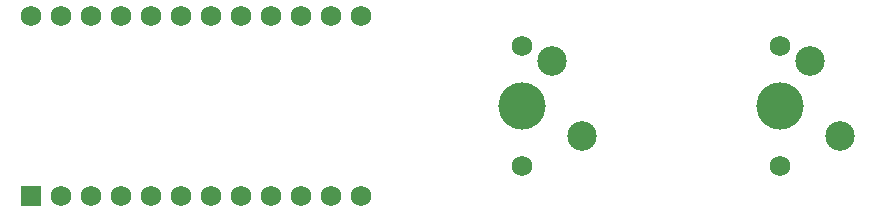
<source format=gbs>
%TF.GenerationSoftware,KiCad,Pcbnew,7.0.10*%
%TF.CreationDate,2024-02-06T21:46:11+00:00*%
%TF.ProjectId,mini_keyboard,6d696e69-5f6b-4657-9962-6f6172642e6b,rev?*%
%TF.SameCoordinates,Original*%
%TF.FileFunction,Soldermask,Bot*%
%TF.FilePolarity,Negative*%
%FSLAX46Y46*%
G04 Gerber Fmt 4.6, Leading zero omitted, Abs format (unit mm)*
G04 Created by KiCad (PCBNEW 7.0.10) date 2024-02-06 21:46:11*
%MOMM*%
%LPD*%
G01*
G04 APERTURE LIST*
%ADD10C,1.750000*%
%ADD11C,4.000000*%
%ADD12C,2.500000*%
%ADD13R,1.752600X1.752600*%
%ADD14C,1.752600*%
G04 APERTURE END LIST*
D10*
%TO.C,S2*%
X170180000Y-95250000D03*
D11*
X170180000Y-100330000D03*
D10*
X170180000Y-105410000D03*
D12*
X172720000Y-96520000D03*
X175260000Y-102870000D03*
%TD*%
D13*
%TO.C,U1*%
X106750000Y-107950000D03*
D14*
X109290000Y-107950000D03*
X111830000Y-107950000D03*
X114370000Y-107950000D03*
X116910000Y-107950000D03*
X119450000Y-107950000D03*
X121990000Y-107950000D03*
X124530000Y-107950000D03*
X127070000Y-107950000D03*
X129610000Y-107950000D03*
X132150000Y-107950000D03*
X134690000Y-107950000D03*
X134690000Y-92710000D03*
X132150000Y-92710000D03*
X129610000Y-92710000D03*
X127070000Y-92710000D03*
X124530000Y-92710000D03*
X121990000Y-92710000D03*
X119450000Y-92710000D03*
X116910000Y-92710000D03*
X114370000Y-92710000D03*
X111830000Y-92710000D03*
X109290000Y-92710000D03*
X106750000Y-92710000D03*
%TD*%
D10*
%TO.C,S1*%
X148336000Y-95250000D03*
D11*
X148336000Y-100330000D03*
D10*
X148336000Y-105410000D03*
D12*
X150876000Y-96520000D03*
X153416000Y-102870000D03*
%TD*%
M02*

</source>
